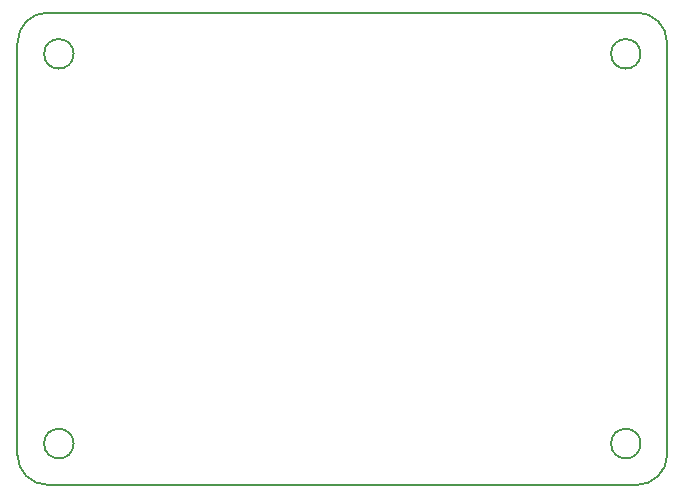
<source format=gbr>
%TF.GenerationSoftware,KiCad,Pcbnew,9.0.0*%
%TF.CreationDate,2025-02-26T09:21:49+02:00*%
%TF.ProjectId,E900M30S shield,45393030-4d33-4305-9320-736869656c64,rev?*%
%TF.SameCoordinates,Original*%
%TF.FileFunction,Profile,NP*%
%FSLAX46Y46*%
G04 Gerber Fmt 4.6, Leading zero omitted, Abs format (unit mm)*
G04 Created by KiCad (PCBNEW 9.0.0) date 2025-02-26 09:21:49*
%MOMM*%
%LPD*%
G01*
G04 APERTURE LIST*
%TA.AperFunction,Profile*%
%ADD10C,0.200000*%
%TD*%
G04 APERTURE END LIST*
D10*
X164220000Y-133960000D02*
G75*
G02*
X161660000Y-136520000I-2560000J0D01*
G01*
X113970000Y-133020000D02*
G75*
G02*
X111470000Y-133020000I-1250000J0D01*
G01*
X111470000Y-133020000D02*
G75*
G02*
X113970000Y-133020000I1250000J0D01*
G01*
X109220000Y-133960000D02*
X109220000Y-99080000D01*
X161970000Y-133020000D02*
G75*
G02*
X159470000Y-133020000I-1250000J0D01*
G01*
X159470000Y-133020000D02*
G75*
G02*
X161970000Y-133020000I1250000J0D01*
G01*
X109220000Y-99080000D02*
G75*
G02*
X111780000Y-96520000I2560000J0D01*
G01*
X113970000Y-100020000D02*
G75*
G02*
X111470000Y-100020000I-1250000J0D01*
G01*
X111470000Y-100020000D02*
G75*
G02*
X113970000Y-100020000I1250000J0D01*
G01*
X161660000Y-136520000D02*
X111780000Y-136520000D01*
X164220000Y-99080000D02*
X164220000Y-133960000D01*
X161660000Y-96520000D02*
G75*
G02*
X164220000Y-99080000I0J-2560000D01*
G01*
X161970000Y-100020000D02*
G75*
G02*
X159470000Y-100020000I-1250000J0D01*
G01*
X159470000Y-100020000D02*
G75*
G02*
X161970000Y-100020000I1250000J0D01*
G01*
X111780000Y-136520000D02*
G75*
G02*
X109220000Y-133960000I0J2560000D01*
G01*
X111780000Y-96520000D02*
X161660000Y-96520000D01*
M02*

</source>
